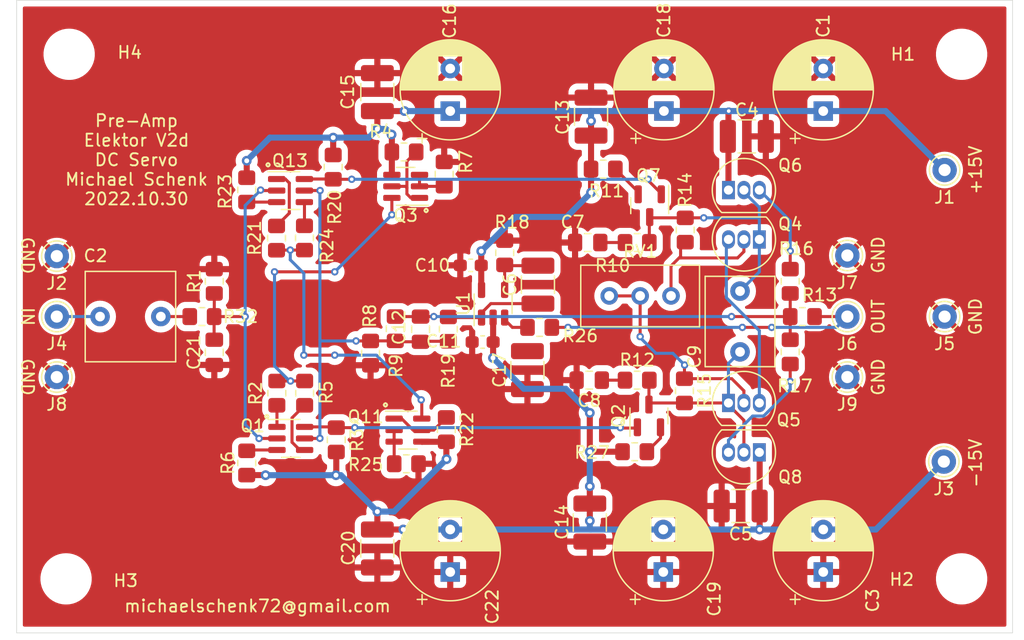
<source format=kicad_pcb>
(kicad_pcb (version 20211014) (generator pcbnew)
  (layers (0 "F.Cu" signal) (31 "B.Cu" signal) (34 "B.Paste" user) (35 "F.Paste" user) (36 "B.SilkS" user "B.Silkscreen") (37 "F.SilkS" user "F.Silkscreen") (38 "B.Mask" user) (39 "F.Mask" user) (44 "Edge.Cuts" user))
  (net 0 "")
  (net 1 "GND")
  (net 2 "+15V")
  (net 3 "Net-(C2-Pad2)")
  (net 4 "Net-(C2-Pad1)")
  (net 5 "-15V")
  (net 6 "Net-(C7-Pad2)")
  (net 7 "Net-(Q2-Pad2)")
  (net 8 "Net-(Q7-Pad2)")
  (net 9 "Net-(C12-Pad2)")
  (net 10 "Net-(C12-Pad1)")
  (net 11 "Net-(Q11-Pad1)")
  (net 12 "Net-(Q11-Pad6)")
  (net 13 "Net-(Q11-Pad2)")
  (net 14 "Net-(Q13-Pad4)")
  (net 15 "Net-(Q13-Pad3)")
  (net 16 "Net-(Q13-Pad1)")
  (net 17 "Net-(Q3-Pad6)")
  (net 18 "Net-(Q3-Pad1)")
  (net 19 "Net-(Q3-Pad2)")
  (net 20 "Net-(Q1-Pad4)")
  (net 21 "Net-(Q1-Pad3)")
  (net 22 "Net-(Q1-Pad1)")
  (net 23 "Net-(C8-Pad1)")
  (net 24 "Net-(C9-Pad2)")
  (net 25 "Net-(C9-Pad1)")
  (net 26 "Net-(Q1-Pad6)")
  (net 27 "Net-(Q4-Pad3)")
  (net 28 "Net-(Q4-Pad2)")
  (net 29 "Net-(Q5-Pad2)")
  (net 30 "Net-(Q6-Pad3)")
  (net 31 "Net-(Q13-Pad6)")
  (net 32 "Net-(Q8-Pad3)")
  (net 33 "Net-(C21-Pad2)")
  (net 34 "Net-(C6-Pad2)")
  (net 35 "DCSERVO_OUT")
  (net 36 "Net-(C17-Pad2)")
  (net 37 "DCSERVO_IN")
  (footprint "Capacitor_THT:CP_Radial_D8.0mm_P3.50mm" (layer "F.Cu") (at 188.2648 105.0036 90)
    (fp_text reference "C1")
    (fp_text value "220uF")
  )
  (footprint "Capacitor_THT:C_Rect_L7.2mm_W7.2mm_P5.00mm_FKS2_FKP2_MKS2_MKP2" (layer "F.Cu") (at 133.778 121.92 180)
    (fp_text reference "C2")
    (fp_text value "3.3uF")
  )
  (footprint "Capacitor_SMD:C_1210_3225Metric_Pad1.33x2.70mm_HandSolder" (layer "F.Cu") (at 181.4699 137.5156 180)
    (fp_text reference "C5")
    (fp_text value "100nF")
  )
  (footprint "Connector_Pin:Pin_D1.0mm_L10.0mm" (layer "F.Cu") (at 125.222 116.9416)
    (fp_text reference "J2")
    (fp_text value "Conn_01x01")
  )
  (footprint "Connector_Pin:Pin_D1.0mm_L10.0mm" (layer "F.Cu") (at 125.222 121.92)
    (fp_text reference "J4")
    (fp_text value "Conn_01x01")
  )
  (footprint "Package_TO_SOT_SMD:SOT-23" (layer "F.Cu") (at 173.99 112.792 -90)
    (fp_text reference "Q7")
    (fp_text value "BC860C")
  )
  (footprint "Resistor_SMD:R_0805_2012Metric_Pad1.20x1.40mm_HandSolder" (layer "F.Cu") (at 138.176 119.015 90)
    (fp_text reference "R1")
    (fp_text value "10k")
  )
  (footprint "Resistor_SMD:R_0805_2012Metric_Pad1.20x1.40mm_HandSolder" (layer "F.Cu") (at 143.3195 128.2225 -90)
    (fp_text reference "R2")
    (fp_text value "80.6R")
  )
  (footprint "Resistor_SMD:R_0805_2012Metric_Pad1.20x1.40mm_HandSolder" (layer "F.Cu") (at 148.209 132.064 -90)
    (fp_text reference "R3")
    (fp_text value "806R")
  )
  (footprint "Resistor_SMD:R_0805_2012Metric_Pad1.20x1.40mm_HandSolder" (layer "F.Cu") (at 153.781 108.3691)
    (fp_text reference "R4")
    (fp_text value "140R")
  )
  (footprint "Resistor_SMD:R_0805_2012Metric_Pad1.20x1.40mm_HandSolder" (layer "F.Cu") (at 145.6055 128.2225 -90)
    (fp_text reference "R5")
    (fp_text value "80.6R")
  )
  (footprint "Resistor_SMD:R_0805_2012Metric_Pad1.20x1.40mm_HandSolder" (layer "F.Cu") (at 140.843 133.969 -90)
    (fp_text reference "R6")
    (fp_text value "806R")
  )
  (footprint "Resistor_SMD:R_0805_2012Metric_Pad1.20x1.40mm_HandSolder" (layer "F.Cu") (at 153.0604 122.92 -90)
    (fp_text reference "R9")
    (fp_text value "22k")
  )
  (footprint "MountingHole:MountingHole_3.2mm_M3" (layer "F.Cu") (at 199.644 143.51)
    (fp_text reference "H2")
    (fp_text value "MountingHole")
  )
  (footprint "MountingHole:MountingHole_3.2mm_M3" (layer "F.Cu") (at 199.644 100.33)
    (fp_text reference "H1")
    (fp_text value "MountingHole")
  )
  (footprint "Resistor_SMD:R_0805_2012Metric_Pad1.20x1.40mm_HandSolder" (layer "F.Cu") (at 170.164 109.7788)
    (fp_text reference "R11")
    (fp_text value "249R")
  )
  (footprint "MountingHole:MountingHole_3.2mm_M3" (layer "F.Cu") (at 126.238 100.33)
    (fp_text reference "H4")
    (fp_text value "MountingHole")
  )
  (footprint "Resistor_SMD:R_0805_2012Metric_Pad1.20x1.40mm_HandSolder" (layer "F.Cu") (at 151.0284 124.9266 -90)
    (fp_text reference "R8")
    (fp_text value "10k")
  )
  (footprint "Capacitor_SMD:C_0805_2012Metric_Pad1.18x1.45mm_HandSolder" (layer "F.Cu") (at 155.1432 122.9575 -90)
    (fp_text reference "C12")
    (fp_text value "4.7pF")
  )
  (footprint "Capacitor_SMD:C_1210_3225Metric_Pad1.33x2.70mm_HandSolder" (layer "F.Cu") (at 169.0624 138.8749 -90)
    (fp_text reference "C14")
    (fp_text value "100nF")
  )
  (footprint "Resistor_SMD:R_0805_2012Metric_Pad1.20x1.40mm_HandSolder" (layer "F.Cu") (at 157.0863 110.1885 90)
    (fp_text reference "R7")
    (fp_text value "10k")
  )
  (footprint "Connector_Pin:Pin_D1.0mm_L10.0mm" (layer "F.Cu") (at 190.246 121.92)
    (fp_text reference "J6")
    (fp_text value "Conn_01x01")
  )
  (footprint "Connector_Pin:Pin_D1.0mm_L10.0mm" (layer "F.Cu") (at 190.246 116.8908)
    (fp_text reference "J7")
    (fp_text value "Conn_01x01")
  )
  (footprint "Resistor_SMD:R_0805_2012Metric_Pad1.20x1.40mm_HandSolder" (layer "F.Cu") (at 147.955 109.617 -90)
    (fp_text reference "R20")
    (fp_text value "806R")
  )
  (footprint "Resistor_SMD:R_0805_2012Metric_Pad1.20x1.40mm_HandSolder" (layer "F.Cu") (at 143.2941 115.459 -90)
    (fp_text reference "R21")
    (fp_text value "80.6R")
  )
  (footprint "Resistor_SMD:R_0805_2012Metric_Pad1.20x1.40mm_HandSolder" (layer "F.Cu") (at 157.2641 131.2258 -90)
    (fp_text reference "R22")
    (fp_text value "140R")
  )
  (footprint "Resistor_SMD:R_0805_2012Metric_Pad1.20x1.40mm_HandSolder" (layer "F.Cu") (at 140.843 111.49 -90)
    (fp_text reference "R23")
    (fp_text value "806R")
  )
  (footprint "Resistor_SMD:R_0805_2012Metric_Pad1.20x1.40mm_HandSolder" (layer "F.Cu") (at 145.5928 115.4463 -90)
    (fp_text reference "R24")
    (fp_text value "80.6R")
  )
  (footprint "Resistor_SMD:R_0805_2012Metric_Pad1.20x1.40mm_HandSolder" (layer "F.Cu") (at 153.9715 134.0358 180)
    (fp_text reference "R25")
    (fp_text value "10k")
  )
  (footprint "Resistor_SMD:R_0805_2012Metric_Pad1.20x1.40mm_HandSolder" (layer "F.Cu") (at 172.7548 133.0452 180)
    (fp_text reference "R27")
    (fp_text value "249R")
  )
  (footprint "Connector_Pin:Pin_D1.0mm_L10.0mm" (layer "F.Cu") (at 198.247 109.855)
    (fp_text reference "J1")
    (fp_text value "Conn_01x01")
  )
  (footprint "Connector_Pin:Pin_D1.0mm_L10.0mm" (layer "F.Cu") (at 198.1835 133.858)
    (fp_text reference "J3")
    (fp_text value "Conn_01x01")
  )
  (footprint "Connector_Pin:Pin_D1.0mm_L10.0mm" (layer "F.Cu") (at 198.247 121.92)
    (fp_text reference "J5")
    (fp_text value "Conn_01x01")
  )
  (footprint "Capacitor_THT:CP_Radial_D8.0mm_P3.50mm" (layer "F.Cu") (at 175.1584 105 90)
    (fp_text reference "C18")
    (fp_text value "220uF")
  )
  (footprint "Capacitor_THT:CP_Radial_D8.0mm_P3.50mm" (layer "F.Cu") (at 175.1076 142.946 90)
    (fp_text reference "C19")
    (fp_text value "220uF")
  )
  (footprint "Package_SO:SC-74-6_1.5x2.9mm_P0.95mm" (layer "F.Cu") (at 144.4443 111.5466)
    (fp_text reference "Q13")
    (fp_text value "BCM847DS,115")
  )
  (footprint "Resistor_SMD:R_0805_2012Metric_Pad1.20x1.40mm_HandSolder" (layer "F.Cu") (at 186.547 121.92 180)
    (fp_text reference "R13")
    (fp_text value "47R")
  )
  (footprint "Package_SO:SC-74-6_1.5x2.9mm_P0.95mm" (layer "F.Cu") (at 153.9185 111.1987 180)
    (fp_text reference "Q3")
    (fp_text value "BCM857DS,115")
  )
  (footprint "Package_SO:SC-74-6_1.5x2.9mm_P0.95mm" (layer "F.Cu") (at 154.1043 131.2647)
    (fp_text reference "Q11")
    (fp_text value "BCM847DS,115")
  )
  (footprint "Capacitor_SMD:C_1210_3225Metric_Pad1.33x2.70mm_HandSolder" (layer "F.Cu") (at 169.164 105.4608 -90)
    (fp_text reference "C13")
    (fp_text value "100nF")
  )
  (footprint "Package_SO:SC-74-6_1.5x2.9mm_P0.95mm" (layer "F.Cu") (at 144.468 131.9505)
    (fp_text reference "Q1")
    (fp_text value "BCM857DS,115")
  )
  (footprint "Capacitor_SMD:C_0805_2012Metric_Pad1.18x1.45mm_HandSolder" (layer "F.Cu") (at 168.8885 115.824)
    (fp_text reference "C7")
    (fp_text value "150p")
  )
  (footprint "Capacitor_SMD:C_0805_2012Metric_Pad1.18x1.45mm_HandSolder" (layer "F.Cu") (at 169.0155 127.1524 180)
    (fp_text reference "C8")
    (fp_text value "150p")
  )
  (footprint "Capacitor_THT:C_Rect_L7.2mm_W5.5mm_P5.00mm_FKS2_FKP2_MKS2_MKP2" (layer "F.Cu") (at 181.4195 124.8245 90)
    (fp_text reference "C9")
    (fp_text value "1uF")
  )
  (footprint "Package_TO_SOT_SMD:SOT-23" (layer "F.Cu") (at 173.9265 130.0955 90)
    (fp_text reference "Q2")
    (fp_text value "BC850C")
  )
  (footprint "Package_TO_SOT_THT:TO-92_Inline" (layer "F.Cu") (at 183.007 115.57 180)
    (fp_text reference "Q4")
    (fp_text value "BC550C")
  )
  (footprint "Package_TO_SOT_THT:TO-92_Inline" (layer "F.Cu") (at 180.467 129.032)
    (fp_text reference "Q5")
    (fp_text value "BC560C")
  )
  (footprint "Package_TO_SOT_THT:TO-92_Inline" (layer "F.Cu") (at 180.467 111.506)
    (fp_text reference "Q6")
    (fp_text value "BC337-40")
  )
  (footprint "Package_TO_SOT_THT:TO-92_Inline" (layer "F.Cu") (at 183.007 133.096 180)
    (fp_text reference "Q8")
    (fp_text value "BC327-40")
  )
  (footprint "Resistor_SMD:R_0805_2012Metric_Pad1.20x1.40mm_HandSolder" (layer "F.Cu") (at 172.958 115.824 180)
    (fp_text reference "R10")
    (fp_text value "10k")
  )
  (footprint "Resistor_SMD:R_0805_2012Metric_Pad1.20x1.40mm_HandSolder" (layer "F.Cu") (at 172.958 127.1524)
    (fp_text reference "R12")
    (fp_text value "10k")
  )
  (footprint "Resistor_SMD:R_0805_2012Metric_Pad1.20x1.40mm_HandSolder" (layer "F.Cu") (at 176.911 114.792 -90)
    (fp_text reference "R14")
    (fp_text value "390R")
  )
  (footprint "Resistor_SMD:R_0805_2012Metric_Pad1.20x1.40mm_HandSolder" (layer "F.Cu") (at 176.8475 128.032 -90)
    (fp_text reference "R15")
    (fp_text value "390R")
  )
  (footprint "Resistor_SMD:R_0805_2012Metric_Pad1.20x1.40mm_HandSolder" (layer "F.Cu") (at 185.547 119.015 -90)
    (fp_text reference "R16")
    (fp_text value "10R")
  )
  (footprint "Resistor_SMD:R_0805_2012Metric_Pad1.20x1.40mm_HandSolder" (layer "F.Cu") (at 185.547 124.825 -90)
    (fp_text reference "R17")
    (fp_text value "10R")
  )
  (footprint "Potentiometer_THT:Potentiometer_Bourns_3296W_Vertical" (layer "F.Cu") (at 175.7426 120.2182)
    (fp_text reference "RV1")
    (fp_text value "10k")
  )
  (footprint "MountingHole:MountingHole_3.2mm_M3" (layer "F.Cu") (at 125.984 143.51)
    (fp_text reference "H3")
    (fp_text value "MountingHole")
  )
  (footprint "Capacitor_SMD:C_1210_3225Metric_Pad1.33x2.70mm_HandSolder" (layer "F.Cu") (at 181.9779 107.0864 180)
    (fp_text reference "C4")
    (fp_text value "100nF")
  )
  (footprint "Capacitor_THT:CP_Radial_D8.0mm_P3.50mm" (layer "F.Cu") (at 188.2648 142.946 90)
    (fp_text reference "C3")
    (fp_text value "220uF")
  )
  (footprint "Capacitor_SMD:C_0805_2012Metric_Pad1.18x1.45mm_HandSolder" (layer "F.Cu") (at 138.176 124.8625 90)
    (fp_text reference "C21")
    (fp_text value "33p")
  )
  (footprint "Resistor_SMD:R_0805_2012Metric_Pad1.20x1.40mm_HandSolder" (layer "F.Cu") (at 137.16 121.92 180)
    (fp_text reference "R32")
    (fp_text value "470R")
  )
  (footprint "Capacitor_SMD:C_1210_3225Metric_Pad1.33x2.70mm_HandSolder" (layer "F.Cu") (at 164.7952 119.2907 90)
    (fp_text reference "C6")
    (fp_text value "1uF/16V")
  )
  (footprint "Capacitor_SMD:C_0603_1608Metric_Pad1.08x0.95mm_HandSolder" (layer "F.Cu") (at 159.27028 117.7036)
    (fp_text reference "C10")
    (fp_text value "100nF")
  )
  (footprint "Capacitor_SMD:C_0603_1608Metric_Pad1.08x0.95mm_HandSolder" (layer "F.Cu") (at 160.24818 124.0155)
    (fp_text reference "C11")
    (fp_text value "100nF")
  )
  (footprint "Capacitor_SMD:C_1210_3225Metric_Pad1.33x2.70mm_HandSolder" (layer "F.Cu") (at 163.9316 126.3273 90)
    (fp_text reference "C17")
    (fp_text value "1uF/16V")
  )
  (footprint "Resistor_SMD:R_0805_2012Metric_Pad1.20x1.40mm_HandSolder" (layer "F.Cu") (at 162.06318 116.6655 90)
    (fp_text reference "R18")
    (fp_text value "100k")
  )
  (footprint "Resistor_SMD:R_0805_2012Metric_Pad1.20x1.40mm_HandSolder" (layer "F.Cu") (at 157.4292 122.952 -90)
    (fp_text reference "R19")
    (fp_text value "10k")
  )
  (footprint "Resistor_SMD:R_0805_2012Metric_Pad1.20x1.40mm_HandSolder" (layer "F.Cu") (at 164.93668 122.809 180)
    (fp_text reference "R26")
    (fp_text value "100k")
  )
  (footprint "Package_TO_SOT_SMD:TSOT-23-5" (layer "F.Cu") (at 161.10818 120.864 90)
    (fp_text reference "U1")
    (fp_text value "OPA188xxDBV")
  )
  (footprint "Capacitor_SMD:C_1210_3225Metric_Pad1.33x2.70mm_HandSolder" (layer "F.Cu") (at 151.5872 141.0085 -90)
    (fp_text reference "C20")
    (fp_text value "100nF")
  )
  (footprint "Capacitor_THT:CP_Radial_D8.0mm_P3.50mm" (layer "F.Cu") (at 157.5816 142.946 90)
    (fp_text reference "C22")
    (fp_text value "220uF")
  )
  (footprint "Capacitor_SMD:C_1210_3225Metric_Pad1.33x2.70mm_HandSolder" (layer "F.Cu") (at 151.5872 103.4411 -90)
    (fp_text reference "C15")
    (fp_text value "100nF")
  )
  (footprint "Connector_Pin:Pin_D1.0mm_L10.0mm" (layer "F.Cu") (at 125.222 126.8984)
    (fp_text reference "J8")
    (fp_text value "Conn_01x01")
  )
  (footprint "Connector_Pin:Pin_D1.0mm_L10.0mm" (layer "F.Cu") (at 190.246 126.8984)
    (fp_text reference "J9")
    (fp_text value "Conn_01x01")
  )
  (footprint "Capacitor_THT:CP_Radial_D8.0mm_P3.50mm" (layer "F.Cu") (at 157.5816 105.0036 90)
    (fp_text reference "C16")
    (fp_text value "220uF")
  )
  (gr_line (start 203.835 95.885) (end 121.92 95.885) (layer "Edge.Cuts") (width 0.05))
  (gr_line (start 203.835 147.955) (end 203.835 95.885) (layer "Edge.Cuts") (width 0.05))
  (gr_line (start 121.92 147.955) (end 203.835 147.955) (layer "Edge.Cuts") (width 0.05))
  (gr_line (start 121.92 96.52) (end 121.92 147.955) (layer "Edge.Cuts") (width 0.05))
  (gr_line (start 121.92 95.885) (end 121.92 96.52) (layer "Edge.Cuts") (width 0.05))
  (gr_text "GND" (at 192.786 116.84 90) (layer "F.SilkS") (effects (font (size 1 1))))
  (gr_text "OUT" (at 192.786 121.92 90) (layer "F.SilkS") (effects (font (size 1 1))))
  (gr_text "michaelschenk72@gmail.com" (at 141.732 145.7452) (layer "F.SilkS") (effects (font (size 1 1))))
  (gr_text "GND" (at 200.787 121.92 90) (layer "F.SilkS") (effects (font (size 1 1))))
  (gr_text "+15V" (at 200.787 109.855 90) (layer "F.SilkS") (effects (font (size 1 1))))
  (gr_text "-15V" (at 200.787 133.985 90) (layer "F.SilkS") (effects (font (size 1 1))))
  (gr_text "Pre-Amp\nElektor V2d\nDC Servo\nMichael Schenk\n2022.10.30" (at 131.7752 109.0168) (layer "F.SilkS") (effects (font (size 1 1))))
  (gr_text "°" (at 152.2543 129.5908) (layer "F.SilkS") (effects (font (size 1 1))))
  (gr_text "°" (at 142.5956 109.8296) (layer "F.SilkS") (effects (font (size 1 1))))
  (gr_text "IN" (at 122.809 121.92 270) (layer "F.SilkS") (effects (font (size 1 1))))
  (gr_text "GND" (at 192.786 126.8984 90) (layer "F.SilkS") (effects (font (size 1 1))))
  (gr_text "GND" (at 122.809 116.8908 270) (layer "F.SilkS") (effects (font (size 1 1))))
  (gr_text "GND" (at 122.809 126.8984 270) (layer "F.SilkS") (effects (font (size 1 1))))
  (gr_text "°" (at 142.494 130.556) (layer "F.SilkS") (effects (font (size 1 1))))
  (gr_text "°" (at 155.6004 113.5888) (layer "F.SilkS") (effects (font (size 1 1))))
  (segment (start 169.164 111.6584) (end 169.2148 111.7092) (width 0.5) (layer "F.Cu") (net 2))
  (segment (start 151.5872 105.0036) (end 153.8224 105.0036) (width 0.5) (layer "F.Cu") (net 2))
  (segment (start 169.164 109.7788) (end 169.164 111.6584) (width 0.5) (layer "F.Cu") (net 2))
  (segment (start 140.843 110.49) (end 140.843 109.093) (width 0.5) (layer "F.Cu") (net 2))
  (segment (start 160.13278 117.7036) (end 160.13278 116.5352) (width 0.5) (layer "F.Cu") (net 2))
  (segment (start 160.13278 119.5286) (end 160.15818 119.554) (width 0.5) (layer "F.Cu") (net 2))
  (segment (start 151.5872 105.0036) (end 151.5872 106.4768) (width 0.5) (layer "F.Cu") (net 2))
  (segment (start 152.781 108.3691) (end 152.781 106.9594) (width 0.5) (layer "F.Cu") (net 2))
  (segment (start 180.467 111.506) (end 180.467 107.061) (width 0.5) (layer "F.Cu") (net 2))
  (segment (start 152.781 106.9594) (end 152.7556 106.934) (width 0.5) (layer "F.Cu") (net 2))
  (segment (start 169.164 107.0233) (end 169.164 105.8164) (width 0.5) (layer "F.Cu") (net 2))
  (segment (start 152.781 108.3691) (end 152.781 110.2487) (width 0.5) (layer "F.Cu") (net 2))
  (segment (start 169.164 107.0233) (end 169.164 109.7788) (width 0.5) (layer "F.Cu") (net 2))
  (segment (start 180.467 105.0218) (end 180.4888 105) (width 0.5) (layer "F.Cu") (net 2))
  (segment (start 180.467 107.061) (end 180.467 105.0218) (width 0.5) (layer "F.Cu") (net 2))
  (segment (start 147.955 108.617) (end 147.955 107.188) (width 0.5) (layer "F.Cu") (net 2))
  (segment (start 160.13278 117.7036) (end 160.13278 119.5286) (width 0.5) (layer "F.Cu") (net 2))
  (via (at 140.843 109.093) (size 0.8) (drill 0.4) (layers "F.Cu" "B.Cu") (net 2))
  (via (at 169.164 105.8164) (size 0.8) (drill 0.4) (layers "F.Cu" "B.Cu") (net 2))
  (via (at 153.8224 105.0036) (size 0.8) (drill 0.4) (layers "F.Cu" "B.Cu") (net 2))
  (via (at 180.4888 105) (size 0.6) (drill 0.3) (layers "F.Cu" "B.Cu") (net 2))
  (via (at 160.13278 116.5352) (size 0.8) (drill 0.4) (layers "F.Cu" "B.Cu") (net 2))
  (via (at 151.5872 106.4768) (size 0.8) (drill 0.4) (layers "F.Cu" "B.Cu") (net 2))
  (via (at 147.955 107.188) (size 0.8) (drill 0.4) (layers "F.Cu" "B.Cu") (net 2))
  (via (at 152.7556 106.934) (size 0.8) (drill 0.4) (layers "F.Cu" "B.Cu") (net 2))
  (via (at 169.164 111.7092) (size 0.8) (drill 0.4) (layers "F.Cu" "B.Cu") (net 2))
  (segment (start 198.247 109.855) (end 193.3956 105.0036) (width 0.5) (layer "B.Cu") (net 2))
  (segment (start 147.955 107.188) (end 150.876 107.188) (width 0.5) (layer "B.Cu") (net 2))
  (segment (start 142.748 107.188) (end 140.843 109.093) (width 0.5) (layer "B.Cu") (net 2))
  (segment (start 169.164 105.0472) (end 169.1168 105) (width 0.5) (layer "B.Cu") (net 2))
  (segment (start 150.876 107.188) (end 151.5872 106.4768) (width 0.5) (layer "B.Cu") (net 2))
  (segment (start 153.8224 105.0036) (end 157.5816 105.0036) (width 0.5) (layer "B.Cu") (net 2))
  (segment (start 147.955 107.188) (end 142.748 107.188) (width 0.5) (layer "B.Cu") (net 2))
  (segment (start 151.5872 106.4768) (end 152.2984 106.4768) (width 0.5) (layer "B.Cu") (net 2))
  (segment (start 169.164 111.7092) (end 167.1574 113.7158) (width 0.5) (layer "B.Cu") (net 2))
  (segment (start 193.3956 105.0036) (end 188 105.0036) (width 0.5) (layer "B.Cu") (net 2))
  (segment (start 169.1168 105) (end 180.4888 105) (width 0.5) (layer "B.Cu") (net 2))
  (segment (start 157.5852 105) (end 157.5816 105.0036) (width 0.5) (layer "B.Cu") (net 2))
  (segment (start 162.95218 113.7158) (end 160.13278 116.5352) (width 0.5) (layer "B.Cu") (net 2))
  (segment (start 152.2984 106.4768) (end 152.7556 106.934) (width 0.5) (layer "B.Cu") (net 2))
  (segment (start 180.4888 105) (end 187.9964 105) (width 0.5) (layer "B.Cu") (net 2))
  (segment (start 169.164 105.8164) (end 169.164 105.0472) (width 0.5) (layer "B.Cu") (net 2))
  (segment (start 187.9964 105) (end 188 105.0036) (width 0.5) (layer "B.Cu") (net 2))
  (segment (start 169.1168 105) (end 157.5852 105) (width 0.5) (layer "B.Cu") (net 2))
  (segment (start 167.1574 113.7158) (end 162.95218 113.7158) (width 0.5) (layer "B.Cu") (net 2))
  (segment (start 125.222 121.92) (end 128.778 121.92) (width 0.25) (layer "B.Cu") (net 3))
  (segment (start 133.778 121.92) (end 136.16 121.92) (width 0.25) (layer "F.Cu") (net 4))
  (segment (start 169.0624 133.0452) (end 169.0624 129.8448) (width 0.5) (layer "F.Cu") (net 5))
  (segment (start 169.0624 137.3124) (end 169.0624 138.7348) (width 0.5) (layer "F.Cu") (net 5))
  (segment (start 140.843 134.969) (end 142.3858 134.969) (width 0.5) (layer "F.Cu") (net 5))
  (segment (start 157.2641 132.2258) (end 155.2529 132.2258) (width 0.5) (layer "F.Cu") (net 5))
  (segment (start 183.0324 133.1214) (end 183.007 133.096) (width 0.5) (layer "F.Cu") (net 5))
  (segment (start 183.0324 137.5156) (end 183.0324 139.446) (width 0.5) (layer "F.Cu") (net 5))
  (segment (start 148.209 134.9502) (end 148.1836 134.9756) (width 0.5) (layer "F.Cu") (net 5))
  (segment (start 148.209 133.064) (end 148.209 134.9502) (width 0.5) (layer "F.Cu") (net 5))
  (segment (start 151.5872 139.446) (end 151.5872 137.9728) (width 0.5) (layer "F.Cu") (net 5))
  (segment (start 157.2641 132.2258) (end 157.2641 133.6421) (width 0.5) (layer "F.Cu") (net 5))
  (segment (start 161.11068 124.0155) (end 161.11068 122.1765) (width 0.5) (layer "F.Cu") (net 5))
  (segment (start 169.0624 137.3124) (end 169.0624 135.89) (width 0.5) (layer "F.Cu") (net 5))
  (segment (start 161.11068 125.3109) (end 161.09798 125.3236) (width 0.5) (layer "F.Cu") (net 5))
  (segment (start 161.11068 124.0155) (end 161.11068 125.3109) (width 0.5) (layer "F.Cu") (net 5))
  (segment (start 161.11068 122.1765) (end 161.10818 122.174) (width 0.5) (layer "F.Cu") (net 5))
  (segment (start 157.2641 133.6421) (end 157.2768 133.6548) (width 0.5) (layer "F.Cu") (net 5))
  (segment (start 171.7548 133.0452) (end 169.0624 133.0452) (width 0.5) (layer "F.Cu") (net 5))
  (segment (start 151.5872 139.446) (end 153.7208 139.446) (width 0.5) (layer "F.Cu") (net 5))
  (segment (start 142.3858 134.969) (end 142.3924 134.9756) (width 0.5) (layer "F.Cu") (net 5))
  (segment (start 183.0324 137.5156) (end 183.0324 133.1214) (width 0.5) (layer "F.Cu") (net 5))
  (segment (start 155.2529 132.2258) (end 155.2418 132.2147) (width 0.5) (layer "F.Cu") (net 5))
  (via (at 151.5872 137.9728) (size 0.8) (drill 0.4) (layers "F.Cu" "B.Cu") (net 5))
  (via (at 169.0624 129.8448) (size 0.8) (drill 0.4) (layers "F.Cu" "B.Cu") (net 5))
  (via (at 169.0624 135.89) (size 0.8) (drill 0.4) (layers "F.Cu" "B.Cu") (net 5))
  (via (at 157.2768 133.6548) (size 0.8) (drill 0.4) (layers "F.Cu" "B.Cu") (net 5))
  (via (at 161.09798 125.3236) (size 0.8) (drill 0.4) (layers "F.Cu" "B.Cu") (net 5))
  (via (at 148.1836 134.9756) (size 0.8) (drill 0.4) (layers "F.Cu" "B.Cu") (net 5))
  (via (at 183.0324 139.446) (size 0.8) (drill 0.4) (layers "F.Cu" "B.Cu") (net 5))
  (via (at 169.0624 138.7348) (size 0.8) (drill 0.4) (layers "F.Cu" "B.Cu") (net 5))
  (via (at 153.7208 139.446) (size 0.8) (drill 0.4) (layers "F.Cu" "B.Cu") (net 5))
  (via (at 169.0624 133.0452) (size 0.8) (drill 0.4) (layers "F.Cu" "B.Cu") (net 5))
  (via (at 142.3924 134.9756) (size 0.8) (drill 0.4) (layers "F.Cu" "B.Cu") (net 5))
  (segment (start 142.3924 134.9756) (end 148.1836 134.9756) (width 0.5) (layer "B.Cu") (net 5))
  (segment (start 157.5816 139.446) (end 153.7208 139.446) (width 0.5) (layer "B.Cu") (net 5))
  (segment (start 169.0624 139.3952) (end 169.1132 139.446) (width 0.5) (layer "B.Cu") (net 5))
  (segment (start 163.63798 127.8636) (end 161.09798 125.3236) (width 0.5) (layer "B.Cu") (net 5))
  (segment (start 148.1836 134.9756) (end 148.59 134.9756) (width 0.5) (layer "B.Cu") (net 5))
  (segment (start 188.2648 139.446) (end 183.0324 139.446) (width 0.5) (layer "B.Cu") (net 5))
  (segment (start 183.0324 139.446) (end 175.1076 139.446) (width 0.5) (layer "B.Cu") (net 5))
  (segment (start 169.1132 139.446) (end 157.5816 139.446) (width 0.5) (layer "B.Cu") (net 5))
  (segment (start 175.1076 139.446) (end 169.1132 139.446) (width 0.5) (layer "B.Cu") (net 5))
  (segment (start 169.0624 135.89) (end 169.0624 133.0452) (width 0.5) (layer "B.Cu") (net 5))
  (segment (start 169.0624 138.7348) (end 169.0624 139.3952) (width 0.5) (layer "B.Cu") (net 5))
  (segment (start 148.59 134.9756) (end 151.5872 137.9728) (width 0.5) (layer "B.Cu") (net 5))
  (segment (start 157.2768 133.6548) (end 152.9588 137.9728) (width 0.5) (layer "B.Cu") (net 5))
  (segment (start 192.5955 139.446) (end 198.1835 133.858) (width 0.5) (layer "B.Cu") (net 5))
  (segment (start 167.0812 127.8636) (end 163.63798 127.8636) (width 0.5) (layer "B.Cu") (net 5))
  (segment (start 188.2648 139.446) (end 192.5955 139.446) (width 0.5) (layer "B.Cu") (net 5))
  (segment (start 169.0624 129.8448) (end 167.0812 127.8636) (width 0.5) (layer "B.Cu") (net 5))
  (segment (start 152.9588 137.9728) (end 151.5872 137.9728) (width 0.5) (layer "B.Cu") (net 5))
  (segment (start 171.958 115.824) (end 169.926 115.824) (width 0.25) (layer "F.Cu") (net 6))
  (segment (start 174.8536 131.1184) (end 174.8765 131.0955) (width 0.25) (layer "F.Cu") (net 7))
  (segment (start 174.8765 131.9235) (end 173.7548 133.0452) (width 0.25) (layer "F.Cu") (net 7))
  (segment (start 174.8765 131.033) (end 174.8765 131.9235) (width 0.25) (layer "F.Cu") (net 7))
  (segment (start 173.04 111.8545) (end 173.04 111.6548) (width 0.25) (layer "F.Cu") (net 8))
  (segment (start 173.04 111.6548) (end 171.164 109.7788) (width 0.25) (layer "F.Cu") (net 8))
  (segment (start 155.1432 123.995) (end 153.1354 123.995) (width 0.25) (layer "F.Cu") (net 9))
  (segment (start 151.0284 123.9266) (end 149.8346 123.9266) (width 0.25) (layer "F.Cu") (net 9))
  (segment (start 153.0604 123.92) (end 151.035 123.92) (width 0.25) (layer "F.Cu") (net 9))
  (segment (start 146.8755 111.5441) (end 145.5843 111.5441) (width 0.25) (layer "F.Cu") (net 9))
  (segment (start 153.1354 123.995) (end 153.0604 123.92) (width 0.25) (layer "F.Cu") (net 9))
  (segment (start 145.6055 131.9505) (end 146.8526 131.9505) (width 0.25) (layer "F.Cu") (net 9))
  (segment (start 151.035 123.92) (end 151.0284 123.9266) (width 0.25) (layer "F.Cu") (net 9))
  (segment (start 146.8526 131.9505) (end 146.8628 131.9403) (width 0.25) (layer "F.Cu") (net 9))
  (segment (start 157.4292 123.952) (end 155.1862 123.952) (width 0.25) (layer "F.Cu") (net 9))
  (segment (start 155.1862 123.952) (end 155.1432 123.995) (width 0.25) (layer "F.Cu") (net 9))
  (segment (start 145.5843 111.5441) (end 145.5818 111.5466) (width 0.25) (layer "F.Cu") (net 9))
  (via (at 146.8628 131.9403) (size 0.6) (drill 0.3) (layers "F.Cu" "B.Cu") (net 9))
  (via (at 149.8346 123.9266) (size 0.6) (drill 0.3) (layers "F.Cu" "B.Cu") (net 9))
  (via (at 146.8755 111.5441) (size 0.6) (drill 0.3) (layers "F.Cu" "B.Cu") (net 9))
  (segment (start 146.8628 119.8372) (end 146.8628 111.5568) (width 0.25) (layer "B.Cu") (net 9))
  (segment (start 149.8346 123.9266) (end 146.9644 123.9266) (width 0.25) (layer "B.Cu") (net 9))
  (segment (start 146.8628 123.825) (end 146.8628 119.8372) (width 0.25) (layer "B.Cu") (net 9))
  (segment (start 146.9644 123.9266) (end 146.8628 123.825) (width 0.25) (layer "B.Cu") (net 9))
  (segment (start 146.8628 111.5568) (end 146.8755 111.5441) (width 0.25) (layer "B.Cu") (net 9))
  (segment (start 146.8628 131.9403) (end 146.8628 123.825) (width 0.25) (layer "B.Cu") (net 9))
  (segment (start 185.547 123.825) (end 185.547 121.92) (width 0.25) (layer "F.Cu") (net 10))
  (segment (start 185.547 121.92) (end 185.547 120.015) (width 0.25) (layer "F.Cu") (net 10))
  (segment (start 155.1432 121.92) (end 153.0604 121.92) (width 0.25) (layer "F.Cu") (net 10))
  (segment (start 156.2297 121.92) (end 155.1432 121.92) (width 0.25) (layer "F.Cu") (net 10))
  (segment (start 180.721 121.92) (end 185.547 121.92) (width 0.25) (layer "F.Cu") (net 10))
  (via (at 156.2297 121.92) (size 0.6) (drill 0.3) (layers "F.Cu" "B.Cu") (net 10))
  (via (at 180.721 121.92) (size 0.6) (drill 0.3) (layers "F.Cu" "B.Cu") (net 10))
  (segment (start 180.721 121.92) (end 156.2297 121.92) (width 0.25) (layer "B.Cu") (net 10))
  (segment (start 155.2418 131.2647) (end 156.2252 131.2647) (width 0.25) (layer "F.Cu") (net 11))
  (segment (start 153.5793 130.3147) (end 152.9668 130.3147) (width 0.25) (layer "F.Cu") (net 11))
  (segment (start 154.5293 131.2647) (end 153.5793 130.3147) (width 0.25) (layer "F.Cu") (net 11))
  (segment (start 155.2418 131.2647) (end 154.5293 131.2647) (width 0.25) (layer "F.Cu") (net 11))
  (segment (start 156.2252 131.2647) (end 157.2641 130.2258) (width 0.25) (layer "F.Cu") (net 11))
  (segment (start 144.4244 116.4463) (end 143.3068 116.4463) (width 0.25) (layer "F.Cu") (net 12))
  (segment (start 148.082 125.095) (end 145.542 125.095) (width 0.25) (layer "F.Cu") (net 12))
  (segment (start 155.2418 130.3147) (end 155.2418 128.8258) (width 0.25) (layer "F.Cu") (net 12))
  (segment (start 145.5928 116.4463) (end 144.4244 116.4463) (width 0.25) (layer "F.Cu") (net 12))
  (segment (start 143.3068 116.4463) (end 143.2941 116.459) (width 0.25) (layer "F.Cu") (net 12))
  (via (at 144.4244 116.4463) (size 0.6) (drill 0.3) (layers "F.Cu" "B.Cu") (net 12))
  (via (at 148.082 125.095) (size 0.6) (drill 0.3) (layers "F.Cu" "B.Cu") (net 12))
  (via (at 145.542 125.095) (size 0.6) (drill 0.3) (layers "F.Cu" "B.Cu") (net 12))
  (via (at 155.194 128.778) (size 0.6) (drill 0.3) (layers "F.Cu" "B.Cu") (net 12))
  (segment (start 144.4244 116.4463) (end 144.4244 117.2464) (width 0.25) (layer "B.Cu") (net 12))
  (segment (start 151.511 125.095) (end 148.082 125.095) (width 0.25) (layer "B.Cu") (net 12))
  (segment (start 144.4244 117.2464) (end 145.542 118.364) (width 0.25) (layer "B.Cu") (net 12))
  (segment (start 145.542 118.364) (end 145.542 125.095) (width 0.25) (layer "B.Cu") (net 12))
  (segment (start 155.194 128.778) (end 151.511 125.095) (width 0.25) (layer "B.Cu") (net 12))
  (segment (start 152.9715 134.0358) (end 152.9715 132.2194) (width 0.25) (layer "F.Cu") (net 13))
  (segment (start 152.9715 132.2194) (end 152.9668 132.2147) (width 0.25) (layer "F.Cu") (net 13))
  (segment (start 152.9668 131.2647) (end 152.9668 132.2147) (width 0.25) (layer "F.Cu") (net 13))
  (segment (start 145.5928 114.4463) (end 145.5928 112.5076) (width 0.25) (layer "F.Cu") (net 14))
  (segment (start 145.5928 112.5076) (end 145.5818 112.4966) (width 0.25) (layer "F.Cu") (net 14))
  (segment (start 140.8496 112.4966) (end 140.843 112.49) (width 0.25) (layer "F.Cu") (net 15))
  (segment (start 143.3068 112.4966) (end 140.8496 112.4966) (width 0.25) (layer "F.Cu") (net 15))
  (segment (start 144.0193 110.5966) (end 144.34431 110.92161) (width 0.25) (layer "F.Cu") (net 16))
  (segment (start 143.3068 110.5966) (end 144.0193 110.5966) (width 0.25) (layer "F.Cu") (net 16))
  (segment (start 144.34431 110.92161) (end 144.34431 113.40879) (width 0.25) (layer "F.Cu") (net 16))
  (segment (start 144.34431 113.40879) (end 143.2941 114.459) (width 0.25) (layer "F.Cu") (net 16))
  (segment (start 144.4432 127.2225) (end 143.3195 127.2225) (width 0.25) (layer "F.Cu") (net 17))
  (segment (start 152.781 112.1487) (end 152.781 113.538) (width 0.25) (layer "F.Cu") (net 17))
  (segment (start 145.6055 127.2225) (end 144.4432 127.2225) (width 0.25) (layer "F.Cu") (net 17))
  (segment (start 148.082 118.237) (end 143.129 118.237) (width 0.25) (layer "F.Cu") (net 17))
  (via (at 144.4432 127.2225) (size 0.6) (drill 0.3) (layers "F.Cu" "B.Cu") (net 17))
  (via (at 148.082 118.237) (size 0.6) (drill 0.3) (layers "F.Cu" "B.Cu") (net 17))
  (via (at 143.129 118.237) (size 0.6) (drill 0.3) (layers "F.Cu" "B.Cu") (net 17))
  (via (at 152.781 113.538) (size 0.6) (drill 0.3) (layers "F.Cu" "B.Cu") (net 17))
  (segment (start 152.781 113.538) (end 148.082 118.237) (width 0.25) (layer "B.Cu") (net 17))
  (segment (start 143.129 125.984) (end 143.129 118.237) (width 0.25) (layer "B.Cu") (net 17))
  (segment (start 144.4432 127.2225) (end 144.4432 127.2982) (width 0.25) (layer "B.Cu") (net 17))
  (segment (start 144.4432 127.2982) (end 143.129 125.984) (width 0.25) (layer "B.Cu") (net 17))
  (segment (start 154.01849 111.32109) (end 154.01849 109.13161) (width 0.25) (layer "F.Cu") (net 18))
  (segment (start 154.3435 112.1487) (end 154.01849 111.82369) (width 0.25) (layer "F.Cu") (net 18))
  (segment (start 153.8961 111.1987) (end 154.01849 111.32109) (width 0.25) (layer "F.Cu") (net 18))
  (segment (start 154.01849 109.13161) (end 154.781 108.3691) (width 0.25) (layer "F.Cu") (net 18))
  (segment (start 154.01849 111.82369) (end 154.01849 111.32109) (width 0.25) (layer "F.Cu") (net 18))
  (segment (start 152.781 111.1987) (end 153.8961 111.1987) (width 0.25) (layer "F.Cu") (net 18))
  (segment (start 155.056 112.1487) (end 154.3435 112.1487) (width 0.25) (layer "F.Cu") (net 18))
  (segment (start 157.0761 111.1987) (end 157.0863 111.1885) (width 0.25) (layer "F.Cu") (net 19))
  (segment (start 155.056 110.2487) (end 155.056 111.1987) (width 0.25) (layer "F.Cu") (net 19))
  (segment (start 155.056 111.1987) (end 157.0761 111.1987) (width 0.25) (layer "F.Cu") (net 19))
  (segment (start 145.6055 132.9005) (end 145.206588 132.9005) (width 0.25) (layer "F.Cu") (net 20))
  (segment (start 144.56799 130.26001) (end 145.6055 129.2225) (width 0.25) (layer "F.Cu") (net 20))
  (segment (start 144.56799 132.261902) (end 144.56799 130.26001) (width 0.25) (layer "F.Cu") (net 20))
  (segment (start 145.206588 132.9005) (end 144.56799 132.261902) (width 0.25) (layer "F.Cu") (net 20))
  (segment (start 140.9115 132.9005) (end 140.843 132.969) (width 0.25) (layer "F.Cu") (net 21))
  (segment (start 143.3305 132.9005) (end 140.9115 132.9005) (width 0.25) (layer "F.Cu") (net 21))
  (segment (start 143.3305 129.2335) (end 143.3195 129.2225) (width 0.25) (layer "F.Cu") (net 22))
  (segment (start 143.3305 131.0005) (end 143.3305 129.2335) (width 0.25) (layer "F.Cu") (net 22))
  (segment (start 171.958 127.1524) (end 170.053 127.1524) (width 0.25) (layer "F.Cu") (net 23))
  (segment (start 178.435 113.792) (end 176.911 113.792) (width 0.25) (layer "F.Cu") (net 24))
  (segment (start 173.958 113.824) (end 173.99 113.792) (width 0.25) (layer "F.Cu") (net 24))
  (segment (start 173.958 115.824) (end 173.958 113.824) (width 0.25) (layer "F.Cu") (net 24))
  (segment (start 173.99 113.792) (end 176.911 113.792) (width 0.25) (layer "F.Cu") (net 24))
  (via (at 178.435 113.792) (size 0.6) (drill 0.3) (layers "F.Cu" "B.Cu") (net 24))
  (segment (start 181.4195 119.8245) (end 183.007 118.237) (width 0.25) (layer "B.Cu") (net 24))
  (segment (start 183.007 113.792) (end 178.435 113.792) (width 0.25) (layer "B.Cu") (net 24))
  (segment (start 183.007 113.792) (end 183.007 112.933095) (width 0.25) (layer "B.Cu") (net 24))
  (segment (start 183.007 112.933095) (end 181.737 111.663095) (width 0.25) (layer "B.Cu") (net 24))
  (segment (start 183.007 115.57) (end 183.007 113.792) (width 0.25) (layer "B.Cu") (net 24))
  (segment (start 183.007 118.237) (end 183.007 115.57) (width 0.25) (layer "B.Cu") (net 24))
  (segment (start 181.737 111.663095) (end 181.737 111.506) (width 0.25) (layer "B.Cu") (net 24))
  (segment (start 173.9265 129.158) (end 173.9265 127.1839) (width 0.25) (layer "F.Cu") (net 25))
  (segment (start 180.467 129.189095) (end 180.467 129.032) (width 0.25) (layer "F.Cu") (net 25))
  (segment (start 173.9265 127.1839) (end 173.958 127.1524) (width 0.25) (layer "F.Cu") (net 25))
  (segment (start 176.8475 129.032) (end 173.99 129.032) (width 0.25) (layer "F.Cu") (net 25))
  (segment (start 180.467 129.032) (end 176.8475 129.032) (width 0.25) (layer "F.Cu") (net 25))
  (segment (start 173.99 129.032) (end 173.9265 129.0955) (width 0.25) (layer "F.Cu") (net 25))
  (segment (start 181.737 133.096) (end 181.737 130.459095) (width 0.25) (layer "F.Cu") (net 25))
  (segment (start 181.737 130.459095) (end 180.467 129.189095) (width 0.25) (layer "F.Cu") (net 25))
  (segment (start 181.4195 124.8245) (end 180.467 125.777) (width 0.25) (layer "B.Cu") (net 25))
  (segment (start 180.467 125.777) (end 180.467 129.032) (width 0.25) (layer "B.Cu") (net 25))
  (segment (start 145.6055 131.0005) (end 148.1455 131.0005) (width 0.25) (layer "F.Cu") (net 26))
  (segment (start 172.9765 131.0955) (end 171.6085 131.0955) (width 0.25) (layer "F.Cu") (net 26))
  (segment (start 149.733 131.064) (end 148.209 131.064) (width 0.25) (layer "F.Cu") (net 26))
  (segment (start 148.1455 131.0005) (end 148.209 131.064) (width 0.25) (layer "F.Cu") (net 26))
  (segment (start 171.6085 131.0955) (end 171.577 131.064) (width 0.25) (layer "F.Cu") (net 26))
  (via (at 149.733 131.064) (size 0.6) (drill 0.3) (layers "F.Cu" "B.Cu") (net 26))
  (via (at 171.577 131.064) (size 0.6) (drill 0.3) (layers "F.Cu" "B.Cu") (net 26))
  (segment (start 171.577 131.064) (end 149.733 131.064) (width 0.25) (layer "B.Cu") (net 26))
  (segment (start 183.007 123.077002) (end 180.294499 120.364501) (width 0.25) (layer "B.Cu") (net 27))
  (segment (start 180.294499 120.364501) (end 180.294499 115.742501) (width 0.25) (layer "B.Cu") (net 27))
  (segment (start 183.007 129.032) (end 183.007 123.077002) (width 0.25) (layer "B.Cu") (net 27))
  (segment (start 180.294499 115.742501) (end 180.467 115.57) (width 0.25) (layer "B.Cu") (net 27))
  (segment (start 176.53 117.094) (end 176.53 116.967) (width 0.25) (layer "F.Cu") (net 28))
  (segment (start 181.213 117.094) (end 181.737 116.57) (width 0.25) (layer "F.Cu") (net 28))
  (segment (start 176.53 116.173) (end 176.911 115.792) (width 0.25) (layer "F.Cu") (net 28))
  (segment (start 181.737 116.57) (end 181.737 115.57) (width 0.25) (layer "F.Cu") (net 28))
  (segment (start 176.53 116.967) (end 176.53 116.173) (width 0.25) (layer "F.Cu") (net 28))
  (segment (start 176.53 116.967) (end 175.7426 117.7544) (width 0.25) (layer "F.Cu") (net 28))
  (segment (start 175.7426 117.7544) (end 175.7426 120.2182) (width 0.25) (layer "F.Cu") (net 28))
  (segment (start 176.53 117.094) (end 181.213 117.094) (width 0.25) (layer "F.Cu") (net 28))
  (segment (start 176.8475 125.9205) (end 176.8602 125.9078) (width 0.25) (layer "F.Cu") (net 29))
  (segment (start 173.2026 120.2182) (end 170.6626 120.2182) (width 0.25) (layer "F.Cu") (net 29))
  (segment (start 181.737 129.032) (end 181.737 128.032) (width 0.25) (layer "F.Cu") (net 29))
  (segment (start 180.737 127.032) (end 176.8475 127.032) (width 0.25) (layer "F.Cu") (net 29))
  (segment (start 173.2026 120.2182) (end 173.2026 123.571) (width 0.25) (layer "F.Cu") (net 29))
  (segment (start 181.737 128.032) (end 180.737 127.032) (width 0.25) (layer "F.Cu") (net 29))
  (segment (start 176.8475 127.032) (end 176.8475 125.9205) (width 0.25) (layer "F.Cu") (net 29))
  (via (at 173.2026 123.571) (size 0.6) (drill 0.3) (layers "F.Cu" "B.Cu") (net 29))
  (via (at 176.8602 125.9078) (size 0.6) (drill 0.3) (layers "F.Cu" "B.Cu") (net 29))
  (segment (start 174.498 124.9426) (end 173.2026 123.6472) (width 0.25) (layer "B.Cu") (net 29))
  (segment (start 175.895 124.9426) (end 174.498 124.9426) (width 0.25) (layer "B.Cu") (net 29))
  (segment (start 176.8602 125.9078) (end 175.895 124.9426) (width 0.25) (layer "B.Cu") (net 29))
  (segment (start 173.2026 123.6472) (end 173.2026 123.571) (width 0.25) (layer "B.Cu") (net 29))
  (segment (start 185.547 116.5225) (end 185.547 118.015) (width 0.25) (layer "F.Cu") (net 30))
  (via (at 185.547 116.5225) (size 0.6) (drill 0.3) (layers "F.Cu" "B.Cu") (net 30))
  (segment (start 185.547 114.046) (end 185.547 116.5225) (width 0.25) (layer "B.Cu") (net 30))
  (segment (start 183.007 111.506) (end 185.547 114.046) (width 0.25) (layer "B.Cu") (net 30))
  (segment (start 145.5818 110.5966) (end 147.9346 110.5966) (width 0.25) (layer "F.Cu") (net 31))
  (segment (start 147.955 110.617) (end 149.479 110.617) (width 0.25) (layer "F.Cu") (net 31))
  (segment (start 147.9346 110.5966) (end 147.955 110.617) (width 0.25) (layer "F.Cu") (net 31))
  (segment (start 173.863 110.617) (end 173.863 110.715) (width 0.25) (layer "F.Cu") (net 31))
  (segment (start 173.863 110.715) (end 174.94 111.792) (width 0.25) (layer "F.Cu") (net 31))
  (via (at 173.863 110.617) (size 0.6) (drill 0.3) (layers "F.Cu" "B.Cu") (net 31))
  (via (at 149.479 110.617) (size 0.6) (drill 0.3) (layers "F.Cu" "B.Cu") (net 31))
  (segment (start 149.479 110.617) (end 173.863 110.617) (width 0.25) (layer "B.Cu") (net 31))
  (segment (start 185.547 127.254) (end 185.547 125.825) (width 0.25) (layer "F.Cu") (net 32))
  (via (at 185.547 127.254) (size 0.6) (drill 0.3) (layers "F.Cu" "B.Cu") (net 32))
  (segment (start 182.45599 130.10701) (end 183.359085 130.10701) (width 0.25) (layer "B.Cu") (net 32))
  (segment (start 180.467 132.096) (end 182.45599 130.10701) (width 0.25) (layer "B.Cu") (net 32))
  (segment (start 185.547 127.919095) (end 185.547 127.254) (width 0.25) (layer "B.Cu") (net 32))
  (segment (start 180.467 133.096) (end 180.467 132.096) (width 0.25) (layer "B.Cu") (net 32))
  (segment (start 183.359085 130.10701) (end 185.547 127.919095) (width 0.25) (layer "B.Cu") (net 32))
  (segment (start 141.8615 131.9505) (end 141.859 131.953) (width 0.25) (layer "F.Cu") (net 33))
  (segment (start 143.3068 111.5466) (end 142.0266 111.5466) (width 0.25) (layer "F.Cu") (net 33))
  (segment (start 138.16 123.809) (end 138.176 123.825) (width 0.25) (layer "F.Cu") (net 33))
  (segment (start 142.0266 111.5466) (end 141.986 111.506) (width 0.25) (layer "F.Cu") (net 33))
  (segment (start 143.3305 131.9505) (end 141.8615 131.9505) (width 0.25) (layer "F.Cu") (net 33))
  (segment (start 138.16 121.92) (end 138.16 123.809) (width 0.25) (layer "F.Cu") (net 33))
  (segment (start 138.176 120.015) (end 138.176 121.904) (width 0.25) (layer "F.Cu") (net 33))
  (segment (start 138.176 121.904) (end 138.16 121.92) (width 0.25) (layer "F.Cu") (net 33))
  (segment (start 138.16 121.92) (end 140.716 121.92) (width 0.25) (layer "F.Cu") (net 33))
  (via (at 141.986 111.506) (size 0.6) (drill 0.3) (layers "F.Cu" "B.Cu") (net 33))
  (via (at 141.859 131.953) (size 0.6) (drill 0.3) (layers "F.Cu" "B.Cu") (net 33))
  (via (at 140.716 121.92) (size 0.6) (drill 0.3) (layers "F.Cu" "B.Cu") (net 33))
  (segment (start 140.716 130.81) (end 140.716 121.92) (width 0.25) (layer "B.Cu") (net 33))
  (segment (start 140.716 121.92) (end 140.716 112.776) (width 0.25) (layer "B.Cu") (net 33))
  (segment (start 140.716 112.776) (end 141.986 111.506) (width 0.25) (layer "B.Cu") (net 33))
  (segment (start 141.859 131.953) (end 140.716 130.81) (width 0.25) (layer "B.Cu") (net 33))
  (segment (start 162.05818 117.6705) (end 162.06318 117.6655) (width 0.25) (layer "F.Cu") (net 34))
  (segment (start 164.7952 117.7282) (end 162.12588 117.7282) (width 0.25) (layer "F.Cu") (net 34))
  (segment (start 162.05818 119.554) (end 162.05818 117.6705) (width 0.25) (layer "F.Cu") (net 34))
  (segment (start 162.12588 117.7282) (end 162.06318 117.6655) (width 0.25) (layer "F.Cu") (net 34))
  (segment (start 160.922229 120.8532) (end 160.15818 121.617249) (width 0.25) (layer "F.Cu") (net 35))
  (segment (start 160.15818 122.0015) (end 157.4787 122.0015) (width 0.25) (layer "F.Cu") (net 35))
  (segment (start 157.4787 122.0015) (end 157.4292 121.952) (width 0.25) (layer "F.Cu") (net 35))
  (segment (start 160.15818 121.617249) (end 160.15818 122.0015) (width 0.25) (layer "F.Cu") (net 35))
  (segment (start 160.15818 122.174) (end 160.15818 121.603998) (width 0.25) (layer "F.Cu") (net 35))
  (segment (start 164.7952 120.8532) (end 160.922229 120.8532) (width 0.25) (layer "F.Cu") (net 35))
  (segment (start 162.69318 122.809) (end 162.05818 122.174) (width 0.25) (layer "F.Cu") (net 36))
  (segment (start 163.92518 122.8205) (end 163.93668 122.809) (width 0.25) (layer "F.Cu") (net 36))
  (segment (start 163.93668 122.809) (end 162.69318 122.809) (width 0.25) (layer "F.Cu") (net 36))
  (segment (start 165.93668 122.809) (end 167.27018 122.809) (width 0.25) (layer "F.Cu") (net 37))
  (segment (start 187.547 121.92) (end 190.246 121.92) (width 0.25) (layer "F.Cu") (net 37))
  (segment (start 181.61 122.809) (end 184.023 122.809) (width 0.25) (layer "F.Cu") (net 37))
  (via (at 184.023 122.809) (size 0.6) (drill 0.3) (layers "F.Cu" "B.Cu") (net 37))
  (via (at 167.27018 122.809) (size 0.6) (drill 0.3) (layers "F.Cu" "B.Cu") (net 37))
  (via (at 181.61 122.809) (size 0.6) (drill 0.3) (layers "F.Cu" "B.Cu") (net 37))
  (segment (start 184.023 122.809) (end 189.357 122.809) (width 0.25) (layer "B.Cu") (net 37))
  (segment (start 189.357 122.809) (end 190.246 121.92) (width 0.25) (layer "B.Cu") (net 37))
  (segment (start 167.27018 122.809) (end 181.61 122.809) (width 0.25) (layer "B.Cu") (net 37))
  (zone (net 1) (net_name "GND") (layer "F.Cu") (connect_pads (clearance 0.508)) (min_thickness 0.254) (fill yes (thermal_gap 0.508) (thermal_bridge_width 0.508))
    (polygon (pts (xy 203.8604 147.9804) (xy 121.92 147.9296) (xy 121.92 95.9104) (xy 203.8604 95.9104)))
  )
)
</source>
